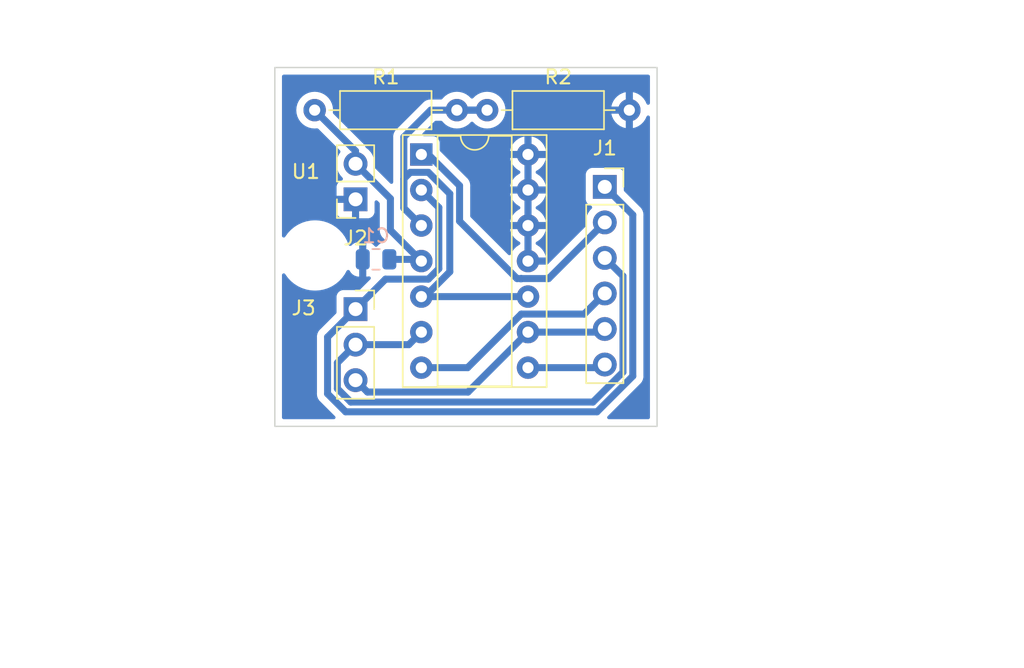
<source format=kicad_pcb>
(kicad_pcb (version 20211014) (generator pcbnew)
  (layers (0 "F.Cu" signal) (31 "B.Cu" signal) (34 "B.Paste" user) (35 "F.Paste" user) (36 "B.SilkS" user "B.Silkscreen") (37 "F.SilkS" user "F.Silkscreen") (38 "B.Mask" user) (39 "F.Mask" user) (44 "Edge.Cuts" user))
  (net 0 "")
  (net 1 "+24V")
  (net 2 "GND")
  (net 3 "Vplc_1")
  (net 4 "Vinv_1")
  (net 5 "Vplc_2")
  (net 6 "Vinv_2")
  (net 7 "Vplc_3")
  (net 8 "Vinv_3")
  (net 9 "Vcomp")
  (footprint "Resistor_THT:R_Axial_DIN0207_L6.3mm_D2.5mm_P10.16mm_Horizontal" (layer "F.Cu") (at 124.841 43.053)
    (fp_text reference "R1" (at 5.08 -2.37) (layer "F.SilkS"))
    (fp_text value "10k")
    (fp_line (start 1.04 0) (end 1.81 0) (layer "F.SilkS") (width 0.12))
    (fp_line (start 1.81 1.37) (end 8.35 1.37) (layer "F.SilkS") (width 0.12))
    (fp_line (start 8.35 1.37) (end 8.35 -1.37) (layer "F.SilkS") (width 0.12))
    (fp_line (start 8.35 -1.37) (end 1.81 -1.37) (layer "F.SilkS") (width 0.12))
    (fp_line (start 1.81 -1.37) (end 1.81 1.37) (layer "F.SilkS") (width 0.12))
    (fp_line (start 9.12 0) (end 8.35 0) (layer "F.SilkS") (width 0.12))
    (pad "1" thru_hole circle (at 0 0) (size 1.6 1.6) (drill 0.8) (layers *.Cu *.Mask) (net 1 "+24V"))
    (pad "2" thru_hole oval (at 10.16 0) (size 1.6 1.6) (drill 0.8) (layers *.Cu *.Mask) (net 9 "Vcomp"))
  )
  (footprint "Connector_PinSocket_2.54mm:PinSocket_1x06_P2.54mm_Vertical" (layer "F.Cu") (at 145.567 48.539)
    (fp_text reference "J1" (at 0 -2.77) (layer "F.SilkS"))
    (fp_text value "Conn_01x06_Female")
    (fp_line (start -1.33 1.27) (end 1.33 1.27) (layer "F.SilkS") (width 0.12))
    (fp_line (start 0 -1.33) (end 1.33 -1.33) (layer "F.SilkS") (width 0.12))
    (fp_line (start 1.33 1.27) (end 1.33 14.03) (layer "F.SilkS") (width 0.12))
    (fp_line (start -1.33 14.03) (end 1.33 14.03) (layer "F.SilkS") (width 0.12))
    (fp_line (start 1.33 -1.33) (end 1.33 0) (layer "F.SilkS") (width 0.12))
    (fp_line (start -1.33 1.27) (end -1.33 14.03) (layer "F.SilkS") (width 0.12))
    (pad "1" thru_hole rect (at 0 0) (size 1.7 1.7) (drill 1) (layers *.Cu *.Mask) (net 3 "Vplc_1"))
    (pad "2" thru_hole oval (at 0 2.54) (size 1.7 1.7) (drill 1) (layers *.Cu *.Mask) (net 4 "Vinv_1"))
    (pad "3" thru_hole oval (at 0 5.08) (size 1.7 1.7) (drill 1) (layers *.Cu *.Mask) (net 5 "Vplc_2"))
    (pad "4" thru_hole oval (at 0 7.62) (size 1.7 1.7) (drill 1) (layers *.Cu *.Mask) (net 6 "Vinv_2"))
    (pad "5" thru_hole oval (at 0 10.16) (size 1.7 1.7) (drill 1) (layers *.Cu *.Mask) (net 7 "Vplc_3"))
    (pad "6" thru_hole oval (at 0 12.7) (size 1.7 1.7) (drill 1) (layers *.Cu *.Mask) (net 8 "Vinv_3"))
  )
  (footprint "Resistor_THT:R_Axial_DIN0207_L6.3mm_D2.5mm_P10.16mm_Horizontal" (layer "F.Cu") (at 137.16 43.053)
    (fp_text reference "R2" (at 5.08 -2.37) (layer "F.SilkS"))
    (fp_text value "10k")
    (fp_line (start 1.04 0) (end 1.81 0) (layer "F.SilkS") (width 0.12))
    (fp_line (start 8.35 1.37) (end 8.35 -1.37) (layer "F.SilkS") (width 0.12))
    (fp_line (start 9.12 0) (end 8.35 0) (layer "F.SilkS") (width 0.12))
    (fp_line (start 8.35 -1.37) (end 1.81 -1.37) (layer "F.SilkS") (width 0.12))
    (fp_line (start 1.81 1.37) (end 8.35 1.37) (layer "F.SilkS") (width 0.12))
    (fp_line (start 1.81 -1.37) (end 1.81 1.37) (layer "F.SilkS") (width 0.12))
    (pad "1" thru_hole circle (at 0 0) (size 1.6 1.6) (drill 0.8) (layers *.Cu *.Mask) (net 9 "Vcomp"))
    (pad "2" thru_hole oval (at 10.16 0) (size 1.6 1.6) (drill 0.8) (layers *.Cu *.Mask) (net 2 "GND"))
  )
  (footprint "Connector_PinSocket_2.54mm:PinSocket_1x03_P2.54mm_Vertical" (layer "F.Cu") (at 127.762 57.277)
    (fp_text reference "J3" (at -3.7084 -0.0762) (layer "F.SilkS"))
    (fp_text value "Conn_01x03_Female")
    (fp_line (start -1.33 1.27) (end -1.33 6.41) (layer "F.SilkS") (width 0.12))
    (fp_line (start 1.33 1.27) (end 1.33 6.41) (layer "F.SilkS") (width 0.12))
    (fp_line (start -1.33 6.41) (end 1.33 6.41) (layer "F.SilkS") (width 0.12))
    (fp_line (start -1.33 1.27) (end 1.33 1.27) (layer "F.SilkS") (width 0.12))
    (fp_line (start 0 -1.33) (end 1.33 -1.33) (layer "F.SilkS") (width 0.12))
    (fp_line (start 1.33 -1.33) (end 1.33 0) (layer "F.SilkS") (width 0.12))
    (pad "1" thru_hole rect (at 0 0) (size 1.7 1.7) (drill 1) (layers *.Cu *.Mask) (net 3 "Vplc_1"))
    (pad "2" thru_hole oval (at 0 2.54) (size 1.7 1.7) (drill 1) (layers *.Cu *.Mask) (net 5 "Vplc_2"))
    (pad "3" thru_hole oval (at 0 5.08) (size 1.7 1.7) (drill 1) (layers *.Cu *.Mask) (net 7 "Vplc_3"))
  )
  (footprint "Package_DIP:DIP-14_W7.62mm_Socket" (layer "F.Cu") (at 132.461 46.223)
    (fp_text reference "U1" (at -8.255 1.2242) (layer "F.SilkS"))
    (fp_text value "LM324")
    (fp_line (start 6.46 -1.33) (end 4.81 -1.33) (layer "F.SilkS") (width 0.12))
    (fp_line (start 1.16 16.57) (end 6.46 16.57) (layer "F.SilkS") (width 0.12))
    (fp_line (start -1.33 -1.39) (end -1.33 16.63) (layer "F.SilkS") (width 0.12))
    (fp_line (start 8.95 -1.39) (end -1.33 -1.39) (layer "F.SilkS") (width 0.12))
    (fp_line (start 6.46 16.57) (end 6.46 -1.33) (layer "F.SilkS") (width 0.12))
    (fp_line (start 1.16 -1.33) (end 1.16 16.57) (layer "F.SilkS") (width 0.12))
    (fp_line (start -1.33 16.63) (end 8.95 16.63) (layer "F.SilkS") (width 0.12))
    (fp_line (start 8.95 16.63) (end 8.95 -1.39) (layer "F.SilkS") (width 0.12))
    (fp_line (start 2.81 -1.33) (end 1.16 -1.33) (layer "F.SilkS") (width 0.12))
    (fp_arc (start 4.81 -1.33) (mid 3.81 -0.33) (end 2.81 -1.33) (layer "F.SilkS") (width 0.12))
    (pad "1" thru_hole rect (at 0 0) (size 1.6 1.6) (drill 0.8) (layers *.Cu *.Mask) (net 4 "Vinv_1"))
    (pad "2" thru_hole oval (at 0 2.54) (size 1.6 1.6) (drill 0.8) (layers *.Cu *.Mask) (net 3 "Vplc_1"))
    (pad "3" thru_hole oval (at 0 5.08) (size 1.6 1.6) (drill 0.8) (layers *.Cu *.Mask) (net 9 "Vcomp"))
    (pad "4" thru_hole oval (at 0 7.62) (size 1.6 1.6) (drill 0.8) (layers *.Cu *.Mask) (net 1 "+24V"))
    (pad "5" thru_hole oval (at 0 10.16) (size 1.6 1.6) (drill 0.8) (layers *.Cu *.Mask) (net 9 "Vcomp"))
    (pad "6" thru_hole oval (at 0 12.7) (size 1.6 1.6) (drill 0.8) (layers *.Cu *.Mask) (net 5 "Vplc_2"))
    (pad "7" thru_hole oval (at 0 15.24) (size 1.6 1.6) (drill 0.8) (layers *.Cu *.Mask) (net 6 "Vinv_2"))
    (pad "8" thru_hole oval (at 7.62 15.24) (size 1.6 1.6) (drill 0.8) (layers *.Cu *.Mask) (net 8 "Vinv_3"))
    (pad "9" thru_hole oval (at 7.62 12.7) (size 1.6 1.6) (drill 0.8) (layers *.Cu *.Mask) (net 7 "Vplc_3"))
    (pad "10" thru_hole oval (at 7.62 10.16) (size 1.6 1.6) (drill 0.8) (layers *.Cu *.Mask) (net 9 "Vcomp"))
    (pad "11" thru_hole oval (at 7.62 7.62) (size 1.6 1.6) (drill 0.8) (layers *.Cu *.Mask) (net 2 "GND"))
    (pad "12" thru_hole oval (at 7.62 5.08) (size 1.6 1.6) (drill 0.8) (layers *.Cu *.Mask) (net 2 "GND"))
    (pad "13" thru_hole oval (at 7.62 2.54) (size 1.6 1.6) (drill 0.8) (layers *.Cu *.Mask) (net 2 "GND"))
    (pad "14" thru_hole oval (at 7.62 0) (size 1.6 1.6) (drill 0.8) (layers *.Cu *.Mask) (net 2 "GND"))
  )
  (footprint "" (layer "F.Cu") (at 124.8664 53.4416)
    (fp_text reference "" (at 0 0) (layer "F.SilkS") (effects (font (size 1.27 1.27))))
    (fp_text value "" (at 0 0) (layer "F.SilkS") (effects (font (size 1.27 1.27))))
    (pad "" np_thru_hole circle (at 0 0) (size 4 4) (drill 4) (layers *.Cu *.Mask))
  )
  (footprint "Connector_PinSocket_2.54mm:PinSocket_1x02_P2.54mm_Vertical" (layer "F.Cu") (at 127.762 49.4284 180)
    (fp_text reference "J2" (at 0 -2.77) (layer "F.SilkS"))
    (fp_text value "Conn_01x02_Female")
    (fp_line (start 1.33 -1.33) (end 1.33 0) (layer "F.SilkS") (width 0.12))
    (fp_line (start -1.33 1.27) (end -1.33 3.87) (layer "F.SilkS") (width 0.12))
    (fp_line (start 0 -1.33) (end 1.33 -1.33) (layer "F.SilkS") (width 0.12))
    (fp_line (start -1.33 3.87) (end 1.33 3.87) (layer "F.SilkS") (width 0.12))
    (fp_line (start 1.33 1.27) (end 1.33 3.87) (layer "F.SilkS") (width 0.12))
    (fp_line (start -1.33 1.27) (end 1.33 1.27) (layer "F.SilkS") (width 0.12))
    (pad "1" thru_hole rect (at 0 0 180) (size 1.7 1.7) (drill 1) (layers *.Cu *.Mask) (net 2 "GND"))
    (pad "2" thru_hole oval (at 0 2.54 180) (size 1.7 1.7) (drill 1) (layers *.Cu *.Mask) (net 1 "+24V"))
  )
  (footprint "Capacitor_SMD:C_0805_2012Metric" (layer "B.Cu") (at 129.225 53.721 180)
    (fp_text reference "C1" (at 0 1.68) (layer "B.SilkS") (effects (justify mirror)))
    (fp_text value "C")
    (fp_line (start -0.261252 0.735) (end 0.261252 0.735) (layer "B.SilkS") (width 0.12))
    (fp_line (start -0.261252 -0.735) (end 0.261252 -0.735) (layer "B.SilkS") (width 0.12))
    (pad "1" smd roundrect (at -0.95 0 180) (size 1 1.45) (layers "B.Cu" "B.Paste" "B.Mask") (net 1 "+24V"))
    (pad "2" smd roundrect (at 0.95 0 180) (size 1 1.45) (layers "B.Cu" "B.Paste" "B.Mask") (net 2 "GND"))
  )
  (gr_rect (start 121.9962 40.005) (end 149.3012 65.659) (layer "Edge.Cuts") (width 0.1) (fill none))
  (segment (start 132.461 53.843) (end 130.2512 51.6332) (width 0.5) (layer "B.Cu") (net 1))
  (segment (start 127.762 45.974) (end 127.762 46.8884) (width 0.5) (layer "B.Cu") (net 1))
  (segment (start 130.175 53.721) (end 132.339 53.721) (width 0.5) (layer "B.Cu") (net 1))
  (segment (start 132.339 53.721) (end 132.461 53.843) (width 0.5) (layer "B.Cu") (net 1))
  (segment (start 130.2512 51.6332) (end 130.2512 49.3776) (width 0.5) (layer "B.Cu") (net 1))
  (segment (start 130.2512 49.3776) (end 127.762 46.8884) (width 0.5) (layer "B.Cu") (net 1))
  (segment (start 124.841 43.053) (end 127.762 45.974) (width 0.5) (layer "B.Cu") (net 1))
  (segment (start 125.762969 59.276031) (end 127.762 57.277) (width 0.5) (layer "B.Cu") (net 3))
  (segment (start 133.710511 54.388169) (end 133.710511 50.012511) (width 0.5) (layer "B.Cu") (net 3))
  (segment (start 127.762 57.277) (end 129.905511 55.133489) (width 0.5) (layer "B.Cu") (net 3))
  (segment (start 147.56603 62.067027) (end 145.012019 64.621038) (width 0.5) (layer "B.Cu") (net 3))
  (segment (start 125.762969 63.329769) (end 125.762969 59.276031) (width 0.5) (layer "B.Cu") (net 3))
  (segment (start 145.012019 64.621038) (end 127.054238 64.621038) (width 0.5) (layer "B.Cu") (net 3))
  (segment (start 145.567 48.539) (end 147.56603 50.53803) (width 0.5) (layer "B.Cu") (net 3))
  (segment (start 133.710511 50.012511) (end 132.461 48.763) (width 0.5) (layer "B.Cu") (net 3))
  (segment (start 129.905511 55.133489) (end 132.965191 55.133489) (width 0.5) (layer "B.Cu") (net 3))
  (segment (start 127.054238 64.621038) (end 125.762969 63.329769) (width 0.5) (layer "B.Cu") (net 3))
  (segment (start 132.965191 55.133489) (end 133.710511 54.388169) (width 0.5) (layer "B.Cu") (net 3))
  (segment (start 147.56603 50.53803) (end 147.56603 62.067027) (width 0.5) (layer "B.Cu") (net 3))
  (segment (start 139.598489 55.092511) (end 139.293511 55.092511) (width 0.5) (layer "B.Cu") (net 4))
  (segment (start 139.598489 55.092511) (end 139.573 55.118) (width 0.5) (layer "B.Cu") (net 4))
  (segment (start 135.19252 48.45152) (end 132.964 46.223) (width 0.5) (layer "B.Cu") (net 4))
  (segment (start 135.19252 50.99152) (end 135.19252 48.45152) (width 0.5) (layer "B.Cu") (net 4))
  (segment (start 145.567 51.079) (end 141.553489 55.092511) (width 0.5) (layer "B.Cu") (net 4))
  (segment (start 132.964 46.223) (end 132.461 46.223) (width 0.5) (layer "B.Cu") (net 4))
  (segment (start 141.553489 55.092511) (end 139.598489 55.092511) (width 0.5) (layer "B.Cu") (net 4))
  (segment (start 139.293511 55.092511) (end 135.19252 50.99152) (width 0.5) (layer "B.Cu") (net 4))
  (segment (start 127.762 59.817) (end 131.567 59.817) (width 0.5) (layer "B.Cu") (net 5))
  (segment (start 146.866511 61.777276) (end 146.866511 54.918511) (width 0.5) (layer "B.Cu") (net 5))
  (segment (start 146.866511 54.918511) (end 145.567 53.619) (width 0.5) (layer "B.Cu") (net 5))
  (segment (start 127.421518 63.921518) (end 144.722269 63.921518) (width 0.5) (layer "B.Cu") (net 5))
  (segment (start 144.722269 63.921518) (end 146.866511 61.777276) (width 0.5) (layer "B.Cu") (net 5))
  (segment (start 126.462489 62.962489) (end 127.421518 63.921518) (width 0.5) (layer "B.Cu") (net 5))
  (segment (start 126.462489 61.116511) (end 126.462489 62.962489) (width 0.5) (layer "B.Cu") (net 5))
  (segment (start 131.567 59.817) (end 132.461 58.923) (width 0.5) (layer "B.Cu") (net 5))
  (segment (start 127.762 59.817) (end 126.462489 61.116511) (width 0.5) (layer "B.Cu") (net 5))
  (segment (start 145.567 56.159) (end 144.093489 57.632511) (width 0.5) (layer "B.Cu") (net 6))
  (segment (start 144.093489 57.632511) (end 139.598489 57.632511) (width 0.5) (layer "B.Cu") (net 6))
  (segment (start 135.768 61.463) (end 132.461 61.463) (width 0.5) (layer "B.Cu") (net 6))
  (segment (start 139.598489 57.632511) (end 135.768 61.463) (width 0.5) (layer "B.Cu") (net 6))
  (segment (start 127.762 62.357) (end 128.612 63.207) (width 0.5) (layer "B.Cu") (net 7))
  (segment (start 140.081 58.923) (end 145.343 58.923) (width 0.5) (layer "B.Cu") (net 7))
  (segment (start 145.343 58.923) (end 145.567 58.699) (width 0.5) (layer "B.Cu") (net 7))
  (segment (start 128.612 63.207) (end 135.797 63.207) (width 0.5) (layer "B.Cu") (net 7))
  (segment (start 135.797 63.207) (end 140.081 58.923) (width 0.5) (layer "B.Cu") (net 7))
  (segment (start 140.081 61.463) (end 145.343 61.463) (width 0.5) (layer "B.Cu") (net 8))
  (segment (start 145.343 61.463) (end 145.567 61.239) (width 0.5) (layer "B.Cu") (net 8))
  (segment (start 132.72 56.383) (end 134.493 54.61) (width 0.5) (layer "B.Cu") (net 9))
  (segment (start 132.461 56.383) (end 132.72 56.383) (width 0.5) (layer "B.Cu") (net 9))
  (segment (start 134.493 49.027924) (end 132.963076 47.498) (width 0.5) (layer "B.Cu") (net 9))
  (segment (start 133.131978 43.053) (end 137.16 43.053) (width 0.5) (layer "B.Cu") (net 9))
  (segment (start 137.16 43.053) (end 135.001 43.053) (width 0.5) (layer "B.Cu") (net 9))
  (segment (start 131.211489 47.960022) (end 131.211489 50.053489) (width 0.5) (layer "B.Cu") (net 9))
  (segment (start 131.211489 44.973489) (end 131.211489 50.053489) (width 0.5) (layer "B.Cu") (net 9))
  (segment (start 131.673511 47.498) (end 131.211489 47.960022) (width 0.5) (layer "B.Cu") (net 9))
  (segment (start 133.131978 43.053) (end 131.211489 44.973489) (width 0.5) (layer "B.Cu") (net 9))
  (segment (start 132.461 51.303) (end 131.211489 50.053489) (width 0.5) (layer "B.Cu") (net 9))
  (segment (start 132.963076 47.498) (end 131.673511 47.498) (width 0.5) (layer "B.Cu") (net 9))
  (segment (start 132.461 56.383) (end 140.081 56.383) (width 0.5) (layer "B.Cu") (net 9))
  (segment (start 134.493 54.61) (end 134.493 49.027924) (width 0.5) (layer "B.Cu") (net 9))
  (zone (net 2) (net_name "GND") (layer "B.Cu") (connect_pads (clearance 0.508)) (min_thickness 0.254) (fill yes (thermal_gap 0.508) (thermal_bridge_width 0.508))
    (polygon (pts (xy 152.019 37.338) (xy 168.529 45.847) (xy 175.514 67.564) (xy 155.194 82.931) (xy 110.744 79.502) (xy 102.362 69.088) (xy 107.823 39.751) (xy 124.206 35.179)))
  )
)
</source>
